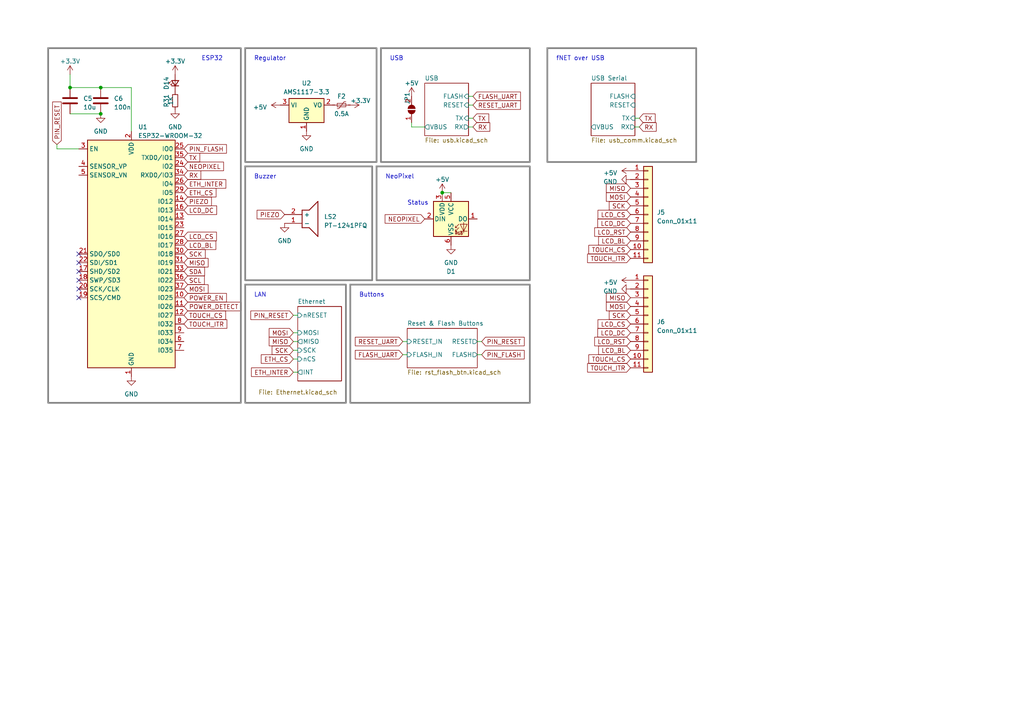
<source format=kicad_sch>
(kicad_sch (version 20230121) (generator eeschema)
  (paper "A4")
  (lib_symbols
    (symbol "Connector_Generic:Conn_01x11" (pin_names (offset 1.016) hide)
      (property "Reference" "J" (at 0 15.24 0))
      (property "Value" "Conn_01x11" (at 0 -15.24 0))
      (symbol "Conn_01x11_1_1"
        (rectangle (start -1.27 -12.573) (end 0 -12.827) (stroke (width 0.1524)))
        (rectangle (start -1.27 -10.033) (end 0 -10.287) (stroke (width 0.1524)))
        (rectangle (start -1.27 -7.493) (end 0 -7.747) (stroke (width 0.1524)))
        (rectangle (start -1.27 -4.953) (end 0 -5.207) (stroke (width 0.1524)))
        (rectangle (start -1.27 -2.413) (end 0 -2.667) (stroke (width 0.1524)))
        (rectangle (start -1.27 0.127) (end 0 -0.127) (stroke (width 0.1524)))
        (rectangle (start -1.27 2.667) (end 0 2.413) (stroke (width 0.1524)))
        (rectangle (start -1.27 5.207) (end 0 4.953) (stroke (width 0.1524)))
        (rectangle (start -1.27 7.747) (end 0 7.493) (stroke (width 0.1524)))
        (rectangle (start -1.27 10.287) (end 0 10.033) (stroke (width 0.1524)))
        (rectangle (start -1.27 12.827) (end 0 12.573) (stroke (width 0.1524)))
        (rectangle (start -1.27 13.97) (end 1.27 -13.97) (stroke (width 0.254)) (fill (type background)))
        (pin passive line (at -5.08 12.7 0) (length 3.81) (name "Pin_1") (number "1"))
        (pin passive line (at -5.08 -10.16 0) (length 3.81) (name "Pin_10") (number "10"))
        (pin passive line (at -5.08 -12.7 0) (length 3.81) (name "Pin_11") (number "11"))
        (pin passive line (at -5.08 10.16 0) (length 3.81) (name "Pin_2") (number "2"))
        (pin passive line (at -5.08 7.62 0) (length 3.81) (name "Pin_3") (number "3"))
        (pin passive line (at -5.08 5.08 0) (length 3.81) (name "Pin_4") (number "4"))
        (pin passive line (at -5.08 2.54 0) (length 3.81) (name "Pin_5") (number "5"))
        (pin passive line (at -5.08 0 0) (length 3.81) (name "Pin_6") (number "6"))
        (pin passive line (at -5.08 -2.54 0) (length 3.81) (name "Pin_7") (number "7"))
        (pin passive line (at -5.08 -5.08 0) (length 3.81) (name "Pin_8") (number "8"))
        (pin passive line (at -5.08 -7.62 0) (length 3.81) (name "Pin_9") (number "9"))
      )
    )
    (symbol "Device:C" (pin_numbers hide) (pin_names (offset 0.254))
      (property "Reference" "C" (at 0.635 2.54 0))
      (property "Value" "C" (at 0.635 -2.54 0))
      (symbol "C_0_1"
        (polyline (pts (xy -2.032 -0.762) (xy 2.032 -0.762)) (stroke (width 0.508)))
        (polyline (pts (xy -2.032 0.762) (xy 2.032 0.762)) (stroke (width 0.508)))
      )
      (symbol "C_1_1"
        (pin passive line (at 0 3.81 270) (length 2.794) (name "~") (number "1"))
        (pin passive line (at 0 -3.81 90) (length 2.794) (name "~") (number "2"))
      )
    )
    (symbol "Device:LED_Small" (pin_numbers hide) (pin_names (offset 0.254) hide)
      (property "Reference" "D" (at -1.27 3.175 0))
      (property "Value" "LED_Small" (at -4.445 -2.54 0))
      (symbol "LED_Small_0_1"
        (polyline (pts (xy -0.762 -1.016) (xy -0.762 1.016)) (stroke (width 0.254)))
        (polyline (pts (xy 1.016 0) (xy -0.762 0)))
        (polyline (pts (xy 0.762 -1.016) (xy -0.762 0) (xy 0.762 1.016) (xy 0.762 -1.016)) (stroke (width 0.254)))
        (polyline (pts (xy 0 0.762) (xy -0.508 1.27) (xy -0.254 1.27) (xy -0.508 1.27) (xy -0.508 1.016)))
        (polyline (pts (xy 0.508 1.27) (xy 0 1.778) (xy 0.254 1.778) (xy 0 1.778) (xy 0 1.524)))
      )
      (symbol "LED_Small_1_1"
        (pin passive line (at -2.54 0 0) (length 1.778) (name "K") (number "1"))
        (pin passive line (at 2.54 0 180) (length 1.778) (name "A") (number "2"))
      )
    )
    (symbol "Device:Polyfuse_Small" (pin_numbers hide) (pin_names (offset 0))
      (property "Reference" "F" (at -1.905 0 90))
      (property "Value" "Polyfuse_Small" (at 1.905 0 90))
      (symbol "Polyfuse_Small_0_1"
        (rectangle (start -0.508 1.27) (end 0.508 -1.27))
        (polyline (pts (xy 0 2.54) (xy 0 -2.54)))
        (polyline (pts (xy -1.016 1.27) (xy -1.016 0.762) (xy 1.016 -0.762) (xy 1.016 -1.27)))
      )
      (symbol "Polyfuse_Small_1_1"
        (pin passive line (at 0 2.54 270) (length 0.635) (name "~") (number "1"))
        (pin passive line (at 0 -2.54 90) (length 0.635) (name "~") (number "2"))
      )
    )
    (symbol "Device:R_Small" (pin_numbers hide) (pin_names (offset 0.254) hide)
      (property "Reference" "R" (at 0.762 0.508 0))
      (property "Value" "R_Small" (at 0.762 -1.016 0))
      (symbol "R_Small_0_1"
        (rectangle (start -0.762 1.778) (end 0.762 -1.778) (stroke (width 0.2032)))
      )
      (symbol "R_Small_1_1"
        (pin passive line (at 0 2.54 270) (length 0.762) (name "~") (number "1"))
        (pin passive line (at 0 -2.54 90) (length 0.762) (name "~") (number "2"))
      )
    )
    (symbol "Jumper:SolderJumper_2_Open" (pin_names (offset 0) hide)
      (property "Reference" "JP" (at 0 2.032 0))
      (property "Value" "SolderJumper_2_Open" (at 0 -2.54 0))
      (symbol "SolderJumper_2_Open_0_1"
        (arc (start -0.254 1.016) (mid -1.2656 0) (end -0.254 -1.016))
        (arc (start -0.254 1.016) (mid -1.2656 0) (end -0.254 -1.016) (fill (type outline)))
        (polyline (pts (xy -0.254 1.016) (xy -0.254 -1.016)))
        (polyline (pts (xy 0.254 1.016) (xy 0.254 -1.016)))
        (arc (start 0.254 -1.016) (mid 1.2656 0) (end 0.254 1.016))
        (arc (start 0.254 -1.016) (mid 1.2656 0) (end 0.254 1.016) (fill (type outline)))
      )
      (symbol "SolderJumper_2_Open_1_1"
        (pin passive line (at -3.81 0 0) (length 2.54) (name "A") (number "1"))
        (pin passive line (at 3.81 0 180) (length 2.54) (name "B") (number "2"))
      )
    )
    (symbol "LED:Inolux_IN-PI556FCH" (pin_names (offset 0.254))
      (property "Reference" "D" (at 5.08 5.715 0))
      (property "Value" "Inolux_IN-PI556FCH" (at 1.27 -5.715 0))
      (symbol "Inolux_IN-PI556FCH_0_0"
        (text "RGB" (at 2.286 -4.191 0) (effects (font (size 0.762 0.762))))
      )
      (symbol "Inolux_IN-PI556FCH_0_1"
        (polyline (pts (xy 1.27 -3.556) (xy 1.778 -3.556)))
        (polyline (pts (xy 1.27 -2.54) (xy 1.778 -2.54)))
        (polyline (pts (xy 4.699 -3.556) (xy 2.667 -3.556)))
        (polyline (pts (xy 2.286 -2.54) (xy 1.27 -3.556) (xy 1.27 -3.048)))
        (polyline (pts (xy 2.286 -1.524) (xy 1.27 -2.54) (xy 1.27 -2.032)))
        (polyline (pts (xy 3.683 -1.016) (xy 3.683 -3.556) (xy 3.683 -4.064)))
        (polyline (pts (xy 4.699 -1.524) (xy 2.667 -1.524) (xy 3.683 -3.556) (xy 4.699 -1.524)))
        (rectangle (start 5.08 5.08) (end -5.08 -5.08) (stroke (width 0.254)) (fill (type background)))
      )
      (symbol "Inolux_IN-PI556FCH_1_1"
        (pin output line (at 7.62 0 180) (length 2.54) (name "DO") (number "1"))
        (pin input line (at -7.62 0 0) (length 2.54) (name "DIN") (number "2"))
        (pin power_in line (at -2.54 7.62 270) (length 2.54) (name "VDD") (number "3"))
        (pin no_connect line (at 5.08 2.54 180) (length 2.54) hide (name "NC") (number "4"))
        (pin power_in line (at 0 7.62 270) (length 2.54) (name "VCC") (number "5"))
        (pin power_in line (at 0 -7.62 90) (length 2.54) (name "VSS") (number "6"))
      )
    )
    (symbol "RF_Module:ESP32-WROOM-32"
      (property "Reference" "U" (at -12.7 34.29 0))
      (property "Value" "ESP32-WROOM-32" (at 1.27 34.29 0))
      (symbol "ESP32-WROOM-32_0_1"
        (rectangle (start -12.7 33.02) (end 12.7 -33.02) (stroke (width 0.254)) (fill (type background)))
      )
      (symbol "ESP32-WROOM-32_1_1"
        (pin power_in line (at 0 -35.56 90) (length 2.54) (name "GND") (number "1"))
        (pin bidirectional line (at 15.24 -12.7 180) (length 2.54) (name "IO25") (number "10"))
        (pin bidirectional line (at 15.24 -15.24 180) (length 2.54) (name "IO26") (number "11"))
        (pin bidirectional line (at 15.24 -17.78 180) (length 2.54) (name "IO27") (number "12"))
        (pin bidirectional line (at 15.24 10.16 180) (length 2.54) (name "IO14") (number "13"))
        (pin bidirectional line (at 15.24 15.24 180) (length 2.54) (name "IO12") (number "14"))
        (pin passive line (at 0 -35.56 90) (length 2.54) hide (name "GND") (number "15"))
        (pin bidirectional line (at 15.24 12.7 180) (length 2.54) (name "IO13") (number "16"))
        (pin bidirectional line (at -15.24 -5.08 0) (length 2.54) (name "SHD/SD2") (number "17"))
        (pin bidirectional line (at -15.24 -7.62 0) (length 2.54) (name "SWP/SD3") (number "18"))
        (pin bidirectional line (at -15.24 -12.7 0) (length 2.54) (name "SCS/CMD") (number "19"))
        (pin power_in line (at 0 35.56 270) (length 2.54) (name "VDD") (number "2"))
        (pin bidirectional line (at -15.24 -10.16 0) (length 2.54) (name "SCK/CLK") (number "20"))
        (pin bidirectional line (at -15.24 0 0) (length 2.54) (name "SDO/SD0") (number "21"))
        (pin bidirectional line (at -15.24 -2.54 0) (length 2.54) (name "SDI/SD1") (number "22"))
        (pin bidirectional line (at 15.24 7.62 180) (length 2.54) (name "IO15") (number "23"))
        (pin bidirectional line (at 15.24 25.4 180) (length 2.54) (name "IO2") (number "24"))
        (pin bidirectional line (at 15.24 30.48 180) (length 2.54) (name "IO0") (number "25"))
        (pin bidirectional line (at 15.24 20.32 180) (length 2.54) (name "IO4") (number "26"))
        (pin bidirectional line (at 15.24 5.08 180) (length 2.54) (name "IO16") (number "27"))
        (pin bidirectional line (at 15.24 2.54 180) (length 2.54) (name "IO17") (number "28"))
        (pin bidirectional line (at 15.24 17.78 180) (length 2.54) (name "IO5") (number "29"))
        (pin input line (at -15.24 30.48 0) (length 2.54) (name "EN") (number "3"))
        (pin bidirectional line (at 15.24 0 180) (length 2.54) (name "IO18") (number "30"))
        (pin bidirectional line (at 15.24 -2.54 180) (length 2.54) (name "IO19") (number "31"))
        (pin no_connect line (at -12.7 -27.94 0) (length 2.54) hide (name "NC") (number "32"))
        (pin bidirectional line (at 15.24 -5.08 180) (length 2.54) (name "IO21") (number "33"))
        (pin bidirectional line (at 15.24 22.86 180) (length 2.54) (name "RXD0/IO3") (number "34"))
        (pin bidirectional line (at 15.24 27.94 180) (length 2.54) (name "TXD0/IO1") (number "35"))
        (pin bidirectional line (at 15.24 -7.62 180) (length 2.54) (name "IO22") (number "36"))
        (pin bidirectional line (at 15.24 -10.16 180) (length 2.54) (name "IO23") (number "37"))
        (pin passive line (at 0 -35.56 90) (length 2.54) hide (name "GND") (number "38"))
        (pin passive line (at 0 -35.56 90) (length 2.54) hide (name "GND") (number "39"))
        (pin input line (at -15.24 25.4 0) (length 2.54) (name "SENSOR_VP") (number "4"))
        (pin input line (at -15.24 22.86 0) (length 2.54) (name "SENSOR_VN") (number "5"))
        (pin input line (at 15.24 -25.4 180) (length 2.54) (name "IO34") (number "6"))
        (pin input line (at 15.24 -27.94 180) (length 2.54) (name "IO35") (number "7"))
        (pin bidirectional line (at 15.24 -20.32 180) (length 2.54) (name "IO32") (number "8"))
        (pin bidirectional line (at 15.24 -22.86 180) (length 2.54) (name "IO33") (number "9"))
      )
    )
    (symbol "Regulator_Linear:AMS1117-3.3"
      (property "Reference" "U" (at -3.81 3.175 0))
      (property "Value" "AMS1117-3.3" (at 0 3.175 0))
      (symbol "AMS1117-3.3_0_1"
        (rectangle (start -5.08 -5.08) (end 5.08 1.905) (stroke (width 0.254)) (fill (type background)))
      )
      (symbol "AMS1117-3.3_1_1"
        (pin power_in line (at 0 -7.62 90) (length 2.54) (name "GND") (number "1"))
        (pin power_out line (at 7.62 0 180) (length 2.54) (name "VO") (number "2"))
        (pin power_in line (at -7.62 0 0) (length 2.54) (name "VI") (number "3"))
      )
    )
    (symbol "SamacSys_Parts:PT-1241PFQ"
      (property "Reference" "LS" (at 11.43 0 0))
      (property "Value" "PT-1241PFQ" (at 11.43 -2.54 0))
      (symbol "PT-1241PFQ_1_1"
        (polyline (pts (xy 5.08 1.27) (xy 5.08 -3.81)) (stroke (width 0.254)))
        (polyline (pts (xy 5.08 1.27) (xy 7.112 1.27)) (stroke (width 0.254)))
        (polyline (pts (xy 7.112 -3.81) (xy 5.08 -3.81)) (stroke (width 0.254)))
        (polyline (pts (xy 7.112 -3.81) (xy 9.652 -6.35)) (stroke (width 0.254)))
        (polyline (pts (xy 9.652 3.81) (xy 7.112 1.27)) (stroke (width 0.254)))
        (polyline (pts (xy 9.652 3.81) (xy 9.652 -6.35)) (stroke (width 0.254)))
        (pin passive line (at 0 -2.54 0) (length 5.08) (name "-") (number "1"))
        (pin passive line (at 0 0 0) (length 5.08) (name "+") (number "2"))
      )
    )
    (symbol "power:+3.3V" (power) (pin_names (offset 0))
      (property "Value" "+3.3V" (at 0 3.556 0))
      (symbol "+3.3V_0_1"
        (polyline (pts (xy -0.762 1.27) (xy 0 2.54)))
        (polyline (pts (xy 0 0) (xy 0 2.54)))
        (polyline (pts (xy 0 2.54) (xy 0.762 1.27)))
      )
      (symbol "+3.3V_1_1"
        (pin power_in line (at 0 0 90) (length 0) hide (name "+3.3V") (number "1"))
      )
    )
    (symbol "power:+5V" (power) (pin_names (offset 0))
      (property "Value" "+5V" (at 0 3.556 0))
      (symbol "+5V_0_1"
        (polyline (pts (xy -0.762 1.27) (xy 0 2.54)))
        (polyline (pts (xy 0 0) (xy 0 2.54)))
        (polyline (pts (xy 0 2.54) (xy 0.762 1.27)))
      )
      (symbol "+5V_1_1"
        (pin power_in line (at 0 0 90) (length 0) hide (name "+5V") (number "1"))
      )
    )
    (symbol "power:GND" (power) (pin_names (offset 0))
      (property "Value" "GND" (at 0 -3.81 0))
      (symbol "GND_0_1"
        (polyline (pts (xy 0 0) (xy 0 -1.27) (xy 1.27 -1.27) (xy 0 -2.54) (xy -1.27 -1.27) (xy 0 -1.27)))
      )
      (symbol "GND_1_1"
        (pin power_in line (at 0 0 270) (length 0) hide (name "GND") (number "1"))
      )
    )
  )
  (junction (at 29.21 25.4))
  (junction (at 128.27 55.88))
  (junction (at 20.32 25.4))
  (junction (at 29.21 33.02))
  (no_connect (at 22.86 73.66))
  (no_connect (at 22.86 83.82))
  (no_connect (at 22.86 81.28))
  (no_connect (at 22.86 86.36))
  (no_connect (at 22.86 76.2))
  (no_connect (at 22.86 78.74))
  (wire (pts (xy 116.84 102.87) (xy 118.11 102.87)))
  (wire (pts (xy 20.32 25.4) (xy 29.21 25.4)))
  (wire (pts (xy 184.15 34.29) (xy 185.42 34.29)))
  (wire (pts (xy 38.1 25.4) (xy 38.1 38.1)))
  (wire (pts (xy 85.09 91.44) (xy 86.36 91.44)))
  (wire (pts (xy 116.84 99.06) (xy 118.11 99.06)))
  (wire (pts (xy 135.89 34.29) (xy 137.16 34.29)))
  (wire (pts (xy 85.09 99.06) (xy 86.36 99.06)))
  (wire (pts (xy 135.89 36.83) (xy 137.16 36.83)))
  (wire (pts (xy 85.09 96.52) (xy 86.36 96.52)))
  (wire (pts (xy 20.32 21.59) (xy 20.32 25.4)))
  (wire (pts (xy 135.89 27.94) (xy 137.16 27.94)))
  (wire (pts (xy 16.51 41.91) (xy 16.51 43.18)))
  (wire (pts (xy 135.89 30.48) (xy 137.16 30.48)))
  (wire (pts (xy 119.38 35.56) (xy 119.38 36.83)))
  (wire (pts (xy 85.09 104.14) (xy 86.36 104.14)))
  (wire (pts (xy 138.43 99.06) (xy 139.7 99.06)))
  (wire (pts (xy 184.15 36.83) (xy 185.42 36.83)))
  (wire (pts (xy 20.32 33.02) (xy 29.21 33.02)))
  (wire (pts (xy 128.27 55.88) (xy 130.81 55.88)))
  (wire (pts (xy 85.09 101.6) (xy 86.36 101.6)))
  (wire (pts (xy 138.43 102.87) (xy 139.7 102.87)))
  (wire (pts (xy 85.09 107.95) (xy 86.36 107.95)))
  (wire (pts (xy 119.38 36.83) (xy 123.19 36.83)))
  (wire (pts (xy 16.51 43.18) (xy 22.86 43.18)))
  (wire (pts (xy 29.21 25.4) (xy 38.1 25.4)))
  (rectangle (start 110.49 13.97) (end 153.67 46.99) (stroke (width 0.5) (color 132 132 132 1)))
  (rectangle (start 71.12 82.55) (end 100.33 116.84) (stroke (width 0.5) (color 132 132 132 1)))
  (rectangle (start 71.12 48.26) (end 107.95 81.28) (stroke (width 0.5) (color 132 132 132 1)))
  (rectangle (start 13.97 13.97) (end 69.85 116.84) (stroke (width 0.5) (color 132 132 132 1)))
  (rectangle (start 101.6 82.55) (end 153.67 116.84) (stroke (width 0.5) (color 132 132 132 1)))
  (rectangle (start 109.22 48.26) (end 153.67 81.28) (stroke (width 0.5) (color 132 132 132 1)))
  (rectangle (start 158.75 13.97) (end 201.93 46.99) (stroke (width 0.5) (color 132 132 132 1)))
  (rectangle (start 71.12 13.97) (end 109.22 46.99) (stroke (width 0.5) (color 132 132 132 1)))
  (text "NeoPixel" (at 111.76 52.07 0) (effects (font (size 1.27 1.27)) (justify left bottom)))
  (text "Buttons" (at 104.14 86.36 0) (effects (font (size 1.27 1.27)) (justify left bottom)))
  (text "ESP32" (at 58.42 17.78 0) (effects (font (size 1.27 1.27)) (justify left bottom)))
  (text "Buzzer" (at 73.66 52.07 0) (effects (font (size 1.27 1.27)) (justify left bottom)))
  (text "Regulator" (at 73.66 17.78 0) (effects (font (size 1.27 1.27)) (justify left bottom)))
  (text "Status" (at 118.11 59.69 0) (effects (font (size 1.27 1.27)) (justify left bottom)))
  (text "LAN" (at 73.66 86.36 0) (effects (font (size 1.27 1.27)) (justify left bottom)))
  (text "USB" (at 113.03 17.78 0) (effects (font (size 1.27 1.27)) (justify left bottom)))
  (text "fNET over USB" (at 161.29 17.78 0) (effects (font (size 1.27 1.27)) (justify left bottom)))
  (global_label "MISO" (shape input) (at 85.09 99.06 180) (property "Intersheetrefs" "${INTERSHEET_REFS}" (effects hide)))
  (global_label "MISO" (shape input) (at 182.88 86.36 180) (property "Intersheetrefs" "${INTERSHEET_REFS}" (effects hide)))
  (global_label "PIN_RESET" (shape input) (at 139.7 99.06 0) (property "Intersheetrefs" "${INTERSHEET_REFS}" (effects hide)))
  (global_label "MISO" (shape input) (at 182.88 54.61 180) (property "Intersheetrefs" "${INTERSHEET_REFS}" (effects hide)))
  (global_label "ETH_INTER" (shape input) (at 85.09 107.95 180) (property "Intersheetrefs" "${INTERSHEET_REFS}" (effects hide)))
  (global_label "TOUCH_CS" (shape input) (at 182.88 72.39 180) (property "Intersheetrefs" "${INTERSHEET_REFS}" (effects hide)))
  (global_label "LCD_RST" (shape input) (at 182.88 67.31 180) (property "Intersheetrefs" "${INTERSHEET_REFS}" (effects hide)))
  (global_label "PIEZO" (shape input) (at 53.34 58.42 0) (property "Intersheetrefs" "${INTERSHEET_REFS}" (effects hide)))
  (global_label "LCD_CS" (shape input) (at 53.34 68.58 0) (property "Intersheetrefs" "${INTERSHEET_REFS}" (effects hide)))
  (global_label "RESET_UART" (shape input) (at 116.84 99.06 180) (property "Intersheetrefs" "${INTERSHEET_REFS}" (effects hide)))
  (global_label "ETH_INTER" (shape input) (at 53.34 53.34 0) (property "Intersheetrefs" "${INTERSHEET_REFS}" (effects hide)))
  (global_label "POWER_EN" (shape input) (at 53.34 86.36 0) (property "Intersheetrefs" "${INTERSHEET_REFS}" (effects hide)))
  (global_label "PIN_RESET" (shape input) (at 85.09 91.44 180) (property "Intersheetrefs" "${INTERSHEET_REFS}" (effects hide)))
  (global_label "LCD_BL" (shape input) (at 182.88 101.6 180) (property "Intersheetrefs" "${INTERSHEET_REFS}" (effects hide)))
  (global_label "LCD_DC" (shape input) (at 53.34 60.96 0) (property "Intersheetrefs" "${INTERSHEET_REFS}" (effects hide)))
  (global_label "TOUCH_CS" (shape input) (at 53.34 91.44 0) (property "Intersheetrefs" "${INTERSHEET_REFS}" (effects hide)))
  (global_label "PIN_FLASH" (shape input) (at 53.34 43.18 0) (property "Intersheetrefs" "${INTERSHEET_REFS}" (effects hide)))
  (global_label "LCD_CS" (shape input) (at 182.88 93.98 180) (property "Intersheetrefs" "${INTERSHEET_REFS}" (effects hide)))
  (global_label "LCD_CS" (shape input) (at 182.88 62.23 180) (property "Intersheetrefs" "${INTERSHEET_REFS}" (effects hide)))
  (global_label "TOUCH_ITR" (shape input) (at 53.34 93.98 0) (property "Intersheetrefs" "${INTERSHEET_REFS}" (effects hide)))
  (global_label "SCK" (shape input) (at 85.09 101.6 180) (property "Intersheetrefs" "${INTERSHEET_REFS}" (effects hide)))
  (global_label "LCD_BL" (shape input) (at 182.88 69.85 180) (property "Intersheetrefs" "${INTERSHEET_REFS}" (effects hide)))
  (global_label "FLASH_UART" (shape input) (at 116.84 102.87 180) (property "Intersheetrefs" "${INTERSHEET_REFS}" (effects hide)))
  (global_label "SCK" (shape input) (at 182.88 91.44 180) (property "Intersheetrefs" "${INTERSHEET_REFS}" (effects hide)))
  (global_label "RX" (shape input) (at 53.34 50.8 0) (property "Intersheetrefs" "${INTERSHEET_REFS}" (effects hide)))
  (global_label "SDA" (shape input) (at 53.34 78.74 0) (property "Intersheetrefs" "${INTERSHEET_REFS}" (effects hide)))
  (global_label "RX" (shape input) (at 137.16 36.83 0) (property "Intersheetrefs" "${INTERSHEET_REFS}" (effects hide)))
  (global_label "ETH_CS" (shape input) (at 85.09 104.14 180) (property "Intersheetrefs" "${INTERSHEET_REFS}" (effects hide)))
  (global_label "MOSI" (shape input) (at 182.88 88.9 180) (property "Intersheetrefs" "${INTERSHEET_REFS}" (effects hide)))
  (global_label "MISO" (shape input) (at 53.34 76.2 0) (property "Intersheetrefs" "${INTERSHEET_REFS}" (effects hide)))
  (global_label "TX" (shape input) (at 53.34 45.72 0) (property "Intersheetrefs" "${INTERSHEET_REFS}" (effects hide)))
  (global_label "TOUCH_ITR" (shape input) (at 182.88 106.68 180) (property "Intersheetrefs" "${INTERSHEET_REFS}" (effects hide)))
  (global_label "NEOPIXEL" (shape input) (at 123.19 63.5 180) (property "Intersheetrefs" "${INTERSHEET_REFS}" (effects hide)))
  (global_label "MOSI" (shape input) (at 53.34 83.82 0) (property "Intersheetrefs" "${INTERSHEET_REFS}" (effects hide)))
  (global_label "LCD_DC" (shape input) (at 182.88 96.52 180) (property "Intersheetrefs" "${INTERSHEET_REFS}" (effects hide)))
  (global_label "PIEZO" (shape input) (at 82.55 62.23 180) (property "Intersheetrefs" "${INTERSHEET_REFS}" (effects hide)))
  (global_label "TOUCH_CS" (shape input) (at 182.88 104.14 180) (property "Intersheetrefs" "${INTERSHEET_REFS}" (effects hide)))
  (global_label "PIN_RESET" (shape input) (at 16.51 41.91 90) (property "Intersheetrefs" "${INTERSHEET_REFS}" (effects hide)))
  (global_label "NEOPIXEL" (shape input) (at 53.34 48.26 0) (property "Intersheetrefs" "${INTERSHEET_REFS}" (effects hide)))
  (global_label "TX" (shape input) (at 185.42 34.29 0) (property "Intersheetrefs" "${INTERSHEET_REFS}" (effects hide)))
  (global_label "RX" (shape input) (at 185.42 36.83 0) (property "Intersheetrefs" "${INTERSHEET_REFS}" (effects hide)))
  (global_label "FLASH_UART" (shape input) (at 137.16 27.94 0) (property "Intersheetrefs" "${INTERSHEET_REFS}" (effects hide)))
  (global_label "RESET_UART" (shape input) (at 137.16 30.48 0) (property "Intersheetrefs" "${INTERSHEET_REFS}" (effects hide)))
  (global_label "LCD_BL" (shape input) (at 53.34 71.12 0) (property "Intersheetrefs" "${INTERSHEET_REFS}" (effects hide)))
  (global_label "SCL" (shape input) (at 53.34 81.28 0) (property "Intersheetrefs" "${INTERSHEET_REFS}" (effects hide)))
  (global_label "LCD_RST" (shape input) (at 182.88 99.06 180) (property "Intersheetrefs" "${INTERSHEET_REFS}" (effects hide)))
  (global_label "POWER_DETECT" (shape input) (at 53.34 88.9 0) (property "Intersheetrefs" "${INTERSHEET_REFS}" (effects hide)))
  (global_label "PIN_FLASH" (shape input) (at 139.7 102.87 0) (property "Intersheetrefs" "${INTERSHEET_REFS}" (effects hide)))
  (global_label "LCD_DC" (shape input) (at 182.88 64.77 180) (property "Intersheetrefs" "${INTERSHEET_REFS}" (effects hide)))
  (global_label "TX" (shape input) (at 137.16 34.29 0) (property "Intersheetrefs" "${INTERSHEET_REFS}" (effects hide)))
  (global_label "SCK" (shape input) (at 53.34 73.66 0) (property "Intersheetrefs" "${INTERSHEET_REFS}" (effects hide)))
  (global_label "MOSI" (shape input) (at 182.88 57.15 180) (property "Intersheetrefs" "${INTERSHEET_REFS}" (effects hide)))
  (global_label "TOUCH_ITR" (shape input) (at 182.88 74.93 180) (property "Intersheetrefs" "${INTERSHEET_REFS}" (effects hide)))
  (global_label "SCK" (shape input) (at 182.88 59.69 180) (property "Intersheetrefs" "${INTERSHEET_REFS}" (effects hide)))
  (global_label "MOSI" (shape input) (at 85.09 96.52 180) (property "Intersheetrefs" "${INTERSHEET_REFS}" (effects hide)))
  (global_label "ETH_CS" (shape input) (at 53.34 55.88 0) (property "Intersheetrefs" "${INTERSHEET_REFS}" (effects hide)))
  (symbol (lib_id "Device:C") (at 20.32 29.21 0) (unit 1)
    (property "Reference" "C5" (at 24.13 28.575 0) (effects (justify left)))
    (property "Value" "10u" (at 24.13 31.115 0) (effects (justify left)))
    (property "Footprint" "Capacitor_SMD:C_0805_2012Metric_Pad1.18x1.45mm_HandSolder" (effects hide))
  )
  (symbol (lib_id "power:+3.3V") (at 101.6 30.48 270) (unit 1)
    (property "Reference" "#PWR032" (effects hide))
    (property "Value" "+3.3V" (at 101.6 29.21 90) (effects (justify left)))
  )
  (symbol (lib_id "power:GND") (at 82.55 64.77 0) (unit 1)
    (property "Reference" "#PWR067" (effects hide))
    (property "Value" "GND" (at 82.55 69.85 0))
  )
  (symbol (lib_id "SamacSys_Parts:PT-1241PFQ") (at 82.55 62.23 0) (unit 1)
    (property "Reference" "LS2" (at 93.98 62.865 0) (effects (justify left)))
    (property "Value" "PT-1241PFQ" (at 93.98 65.405 0) (effects (justify left)))
    (property "Footprint" "SamacSys_Parts:PT1241PFQ" (effects hide))
    (property "Datasheet" "https://componentsearchengine.com/Datasheets/1/PT-1241PFQ.pdf" (effects hide))
    (property "Height" "6.2" (effects hide))
    (property "Mouser Part Number" "539-PT-1241PFQ" (effects hide))
    (property "Mouser Price/Stock" "https://www.mouser.co.uk/ProductDetail/Mallory-Sonalert/PT-1241PFQ?qs=SXHtpsd1MbZK3moZP%252BuqlA%3D%3D" (effects hide))
    (property "Manufacturer_Name" "Mallory Sonalert" (effects hide))
    (property "Manufacturer_Part_Number" "PT-1241PFQ" (effects hide))
  )
  (symbol (lib_id "power:GND") (at 38.1 109.22 0) (unit 1)
    (property "Reference" "#PWR023" (effects hide))
    (property "Value" "GND" (at 38.1 114.3 0))
  )
  (symbol (lib_id "power:GND") (at 50.8 31.75 0) (unit 1)
    (property "Reference" "#PWR099" (effects hide))
    (property "Value" "GND" (at 50.8 36.83 0))
  )
  (symbol (lib_id "Connector_Generic:Conn_01x11") (at 187.96 93.98 0) (unit 1)
    (property "Reference" "J6" (at 190.5 93.345 0) (effects (justify left)))
    (property "Value" "Conn_01x11" (at 190.5 95.885 0) (effects (justify left)))
    (property "Footprint" "Connector_PinSocket_2.54mm:PinSocket_1x11_P2.54mm_Vertical" (effects hide))
  )
  (symbol (lib_id "Jumper:SolderJumper_2_Open") (at 119.38 31.75 90) (unit 1)
    (property "Reference" "JP1" (at 118.11 26.67 0) (effects (justify right)))
    (property "Value" "SolderJumper_2_Open" (effects hide))
    (property "Footprint" "Jumper:SolderJumper-2_P1.3mm_Open_Pad1.0x1.5mm" (effects hide))
  )
  (symbol (lib_id "power:GND") (at 88.9 38.1 0) (unit 1)
    (property "Reference" "#PWR031" (effects hide))
    (property "Value" "GND" (at 88.9 43.18 0))
  )
  (symbol (lib_id "power:GND") (at 29.21 33.02 0) (unit 1)
    (property "Reference" "#PWR022" (effects hide))
    (property "Value" "GND" (at 29.21 38.1 0))
  )
  (symbol (lib_id "Device:LED_Small") (at 50.8 24.13 90) (unit 1)
    (property "Reference" "D14" (at 48.26 24.13 0))
    (property "Value" "LED_Small" (effects hide))
    (property "Footprint" "LED_SMD:LED_0805_2012Metric_Pad1.15x1.40mm_HandSolder" (effects hide))
  )
  (symbol (lib_id "Device:C") (at 29.21 29.21 0) (unit 1)
    (property "Reference" "C6" (at 33.02 28.575 0) (effects (justify left)))
    (property "Value" "100n" (at 33.02 31.115 0) (effects (justify left)))
    (property "Footprint" "Capacitor_SMD:C_0805_2012Metric_Pad1.18x1.45mm_HandSolder" (effects hide))
  )
  (symbol (lib_id "power:+3.3V") (at 20.32 21.59 0) (unit 1)
    (property "Reference" "#PWR021" (effects hide))
    (property "Value" "+3.3V" (at 20.32 17.78 0))
  )
  (symbol (lib_id "power:GND") (at 130.81 71.12 0) (unit 1)
    (property "Reference" "#PWR037" (effects hide))
    (property "Value" "GND" (at 130.81 76.2 0))
  )
  (symbol (lib_id "power:+5V") (at 119.38 27.94 0) (unit 1)
    (property "Reference" "#PWR01" (effects hide))
    (property "Value" "+5V" (at 119.38 24.13 0))
  )
  (symbol (lib_id "Regulator_Linear:AMS1117-3.3") (at 88.9 30.48 0) (unit 1)
    (property "Reference" "U2" (at 88.9 24.13 0))
    (property "Value" "AMS1117-3.3" (at 88.9 26.67 0))
    (property "Footprint" "Package_TO_SOT_SMD:SOT-223-3_TabPin2" (effects hide))
    (property "Datasheet" "http://www.advanced-monolithic.com/pdf/ds1117.pdf" (effects hide))
  )
  (symbol (lib_id "power:GND") (at 182.88 52.07 270) (unit 1)
    (property "Reference" "#PWR014" (effects hide))
    (property "Value" "GND" (at 179.07 52.705 90) (effects (justify right)))
  )
  (symbol (lib_id "power:+5V") (at 81.28 30.48 90) (unit 1)
    (property "Reference" "#PWR030" (effects hide))
    (property "Value" "+5V" (at 77.47 31.115 90) (effects (justify left)))
  )
  (symbol (lib_id "Device:Polyfuse_Small") (at 99.06 30.48 90) (unit 1)
    (property "Reference" "F2" (at 99.06 27.94 90))
    (property "Value" "0.5A" (at 99.06 33.02 90))
    (property "Footprint" "Fuse:Fuse_2512_6332Metric_Pad1.52x3.35mm_HandSolder" (effects hide))
  )
  (symbol (lib_id "power:+5V") (at 182.88 81.28 90) (unit 1)
    (property "Reference" "#PWR025" (effects hide))
    (property "Value" "+5V" (at 179.07 81.915 90) (effects (justify left)))
  )
  (symbol (lib_id "power:+5V") (at 182.88 49.53 90) (unit 1)
    (property "Reference" "#PWR013" (effects hide))
    (property "Value" "+5V" (at 179.07 50.165 90) (effects (justify left)))
  )
  (symbol (lib_id "RF_Module:ESP32-WROOM-32") (at 38.1 73.66 0) (unit 1)
    (property "Reference" "U1" (at 40.0559 36.83 0) (effects (justify left)))
    (property "Value" "ESP32-WROOM-32" (at 40.0559 39.37 0) (effects (justify left)))
    (property "Footprint" "RF_Module:ESP32-WROOM-32" (effects hide))
    (property "Datasheet" "https://www.espressif.com/sites/default/files/documentation/esp32-wroom-32_datasheet_en.pdf" (effects hide))
  )
  (symbol (lib_id "LED:Inolux_IN-PI556FCH") (at 130.81 63.5 0) (unit 1)
    (property "Reference" "D1" (at 130.81 78.74 0))
    (property "Value" "Inolux_IN-PI556FCH" (effects hide))
    (property "Footprint" "LED_SMD:LED_WS2812_PLCC6_5.0x5.0mm_P1.6mm" (effects hide))
    (property "Datasheet" "http://www.inolux-corp.com/datasheet/SMDLED/Addressable%20LED/IN-PI556FCH.pdf" (effects hide))
  )
  (symbol (lib_id "power:GND") (at 182.88 83.82 270) (unit 1)
    (property "Reference" "#PWR026" (effects hide))
    (property "Value" "GND" (at 179.07 84.455 90) (effects (justify right)))
  )
  (symbol (lib_id "Device:R_Small") (at 50.8 29.21 0) (unit 1)
    (property "Reference" "R31" (at 48.26 29.21 90))
    (property "Value" "1K" (at 49.53 29.21 90))
    (property "Footprint" "Resistor_SMD:R_0805_2012Metric_Pad1.20x1.40mm_HandSolder" (effects hide))
  )
  (symbol (lib_id "power:+3.3V") (at 50.8 21.59 0) (unit 1)
    (property "Reference" "#PWR098" (effects hide))
    (property "Value" "+3.3V" (at 50.8 17.78 0))
  )
  (symbol (lib_id "Connector_Generic:Conn_01x11") (at 187.96 62.23 0) (unit 1)
    (property "Reference" "J5" (at 190.5 61.595 0) (effects (justify left)))
    (property "Value" "Conn_01x11" (at 190.5 64.135 0) (effects (justify left)))
    (property "Footprint" "components:2.8 inch resistive tft smd" (effects hide))
  )
  (symbol (lib_id "power:+5V") (at 128.27 55.88 0) (unit 1)
    (property "Reference" "#PWR036" (effects hide))
    (property "Value" "+5V" (at 128.27 52.07 0))
  )
  (sheet (at 86.36 88.9) (size 12.7 21.59) (stroke (width 0.1524))
    (property "Sheetname" "Ethernet" (at 86.36 88.1884 0) (effects (justify left bottom)))
    (property "Sheetfile" "Ethernet.kicad_sch" (at 74.93 113.03 0) (effects (justify left top)))
    (pin "SCK" input (at 86.36 101.6 180))
    (pin "nRESET" input (at 86.36 91.44 180))
    (pin "MOSI" input (at 86.36 96.52 180))
    (pin "nCS" input (at 86.36 104.14 180))
    (pin "MISO" output (at 86.36 99.06 180))
    (pin "INT" output (at 86.36 107.95 180))
  )
  (sheet (at 123.19 24.13) (size 12.7 15.24) (stroke (width 0.1524))
    (property "Sheetname" "USB" (at 123.19 23.4184 0) (effects (justify left bottom)))
    (property "Sheetfile" "usb.kicad_sch" (at 123.19 39.9546 0) (effects (justify left top)))
    (pin "FLASH" input (at 135.89 27.94 0))
    (pin "RESET" input (at 135.89 30.48 0))
    (pin "TX" input (at 135.89 34.29 0))
    (pin "RX" output (at 135.89 36.83 0))
    (pin "VBUS" output (at 123.19 36.83 180))
  )
  (sheet (at 171.45 24.13) (size 12.7 15.24) (stroke (width 0.1524))
    (property "Sheetname" "USB Serial" (at 171.45 23.4184 0) (effects (justify left bottom)))
    (property "Sheetfile" "usb_comm.kicad_sch" (at 171.45 39.9546 0) (effects (justify left top)))
    (pin "FLASH" input (at 184.15 27.94 0))
    (pin "RESET" input (at 184.15 30.48 0))
    (pin "TX" input (at 184.15 34.29 0))
    (pin "RX" output (at 184.15 36.83 0))
    (pin "VBUS" output (at 171.45 36.83 180))
  )
  (sheet (at 118.11 95.25) (size 20.32 11.43) (stroke (width 0.1524))
    (property "Sheetname" "Reset & Flash Buttons" (at 118.11 94.5384 0) (effects (justify left bottom)))
    (property "Sheetfile" "rst_flash_btn.kicad_sch" (at 118.11 107.2646 0) (effects (justify left top)))
    (pin "RESET_IN" input (at 118.11 99.06 180))
    (pin "FLASH_IN" input (at 118.11 102.87 180))
    (pin "RESET" output (at 138.43 99.06 0))
    (pin "FLASH" output (at 138.43 102.87 0))
  )
)
</source>
